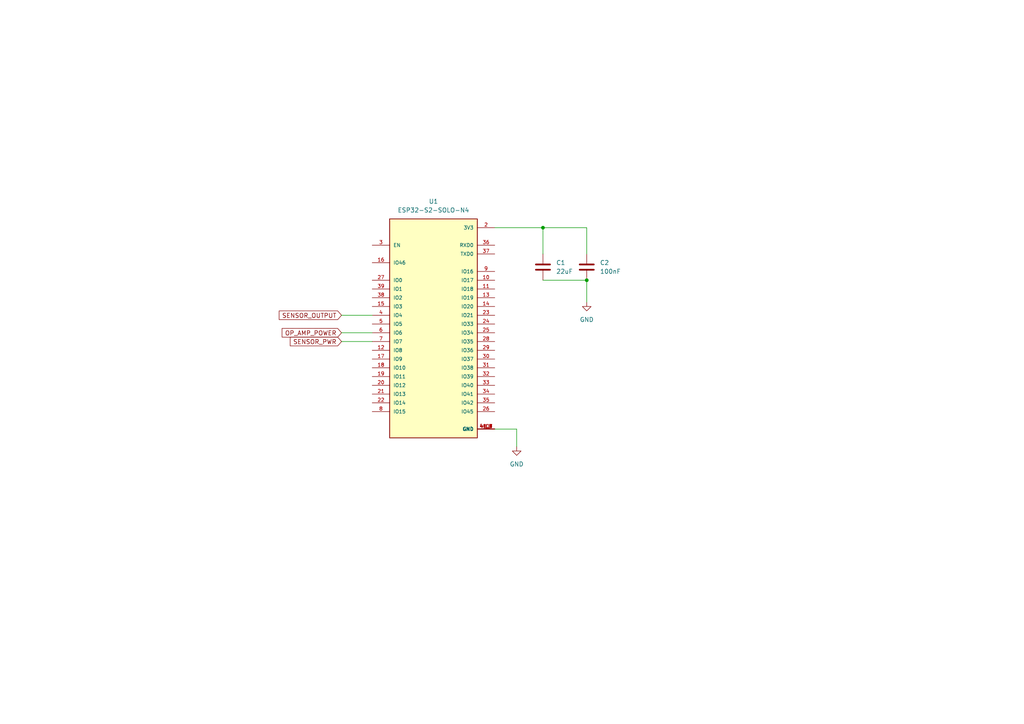
<source format=kicad_sch>
(kicad_sch (version 20250114) (generator "eeschema") (generator_version "9.0")
  (paper "A4")
  (lib_symbols
    (symbol "Device:C" (pin_numbers (hide yes)) (pin_names (offset 0.254))
      (property "Reference" "C" (at 0.635 2.54 0))
      (property "Value" "C" (at 0.635 -2.54 0))
      (symbol "C_0_1"
        (polyline (pts (xy -2.032 0.762) (xy 2.032 0.762)) (stroke (width 0.508)))
        (polyline (pts (xy -2.032 -0.762) (xy 2.032 -0.762)) (stroke (width 0.508)))
      )
      (symbol "C_1_1"
        (pin passive line (at 0 3.81 270) (length 2.794) (name "~") (number "1"))
        (pin passive line (at 0 -3.81 90) (length 2.794) (name "~") (number "2"))
      )
    )
    (symbol "Hydro_symbols:ESP32-S2-SOLO-N4" (pin_names (offset 1.016))
      (property "Reference" "U" (at -12.7 33.782 0))
      (property "Value" "ESP32-S2-SOLO-N4" (at -12.7 -33.02 0))
      (symbol "ESP32-S2-SOLO-N4_0_0"
        (rectangle (start -12.7 -30.48) (end 12.7 33.02) (stroke (width 0.254)) (fill (type background)))
        (pin input line (at -17.78 25.4 0) (length 5.08) (name "EN") (number "3"))
        (pin input line (at -17.78 20.32 0) (length 5.08) (name "IO46") (number "16"))
        (pin bidirectional line (at -17.78 15.24 0) (length 5.08) (name "IO0") (number "27"))
        (pin bidirectional line (at -17.78 12.7 0) (length 5.08) (name "IO1") (number "39"))
        (pin bidirectional line (at -17.78 10.16 0) (length 5.08) (name "IO2") (number "38"))
        (pin bidirectional line (at -17.78 7.62 0) (length 5.08) (name "IO3") (number "15"))
        (pin bidirectional line (at -17.78 5.08 0) (length 5.08) (name "IO4") (number "4"))
        (pin bidirectional line (at -17.78 2.54 0) (length 5.08) (name "IO5") (number "5"))
        (pin bidirectional line (at -17.78 0 0) (length 5.08) (name "IO6") (number "6"))
        (pin bidirectional line (at -17.78 -2.54 0) (length 5.08) (name "IO7") (number "7"))
        (pin bidirectional line (at -17.78 -5.08 0) (length 5.08) (name "IO8") (number "12"))
        (pin bidirectional line (at -17.78 -7.62 0) (length 5.08) (name "IO9") (number "17"))
        (pin bidirectional line (at -17.78 -10.16 0) (length 5.08) (name "IO10") (number "18"))
        (pin bidirectional line (at -17.78 -12.7 0) (length 5.08) (name "IO11") (number "19"))
        (pin bidirectional line (at -17.78 -15.24 0) (length 5.08) (name "IO12") (number "20"))
        (pin bidirectional line (at -17.78 -17.78 0) (length 5.08) (name "IO13") (number "21"))
        (pin bidirectional line (at -17.78 -20.32 0) (length 5.08) (name "IO14") (number "22"))
        (pin bidirectional line (at -17.78 -22.86 0) (length 5.08) (name "IO15") (number "8"))
        (pin power_in line (at 17.78 30.48 180) (length 5.08) (name "3V3") (number "2"))
        (pin bidirectional line (at 17.78 25.4 180) (length 5.08) (name "RXD0") (number "36"))
        (pin bidirectional line (at 17.78 22.86 180) (length 5.08) (name "TXD0") (number "37"))
        (pin bidirectional line (at 17.78 17.78 180) (length 5.08) (name "IO16") (number "9"))
        (pin bidirectional line (at 17.78 15.24 180) (length 5.08) (name "IO17") (number "10"))
        (pin bidirectional line (at 17.78 12.7 180) (length 5.08) (name "IO18") (number "11"))
        (pin bidirectional line (at 17.78 10.16 180) (length 5.08) (name "IO19") (number "13"))
        (pin bidirectional line (at 17.78 7.62 180) (length 5.08) (name "IO20") (number "14"))
        (pin bidirectional line (at 17.78 5.08 180) (length 5.08) (name "IO21") (number "23"))
        (pin bidirectional line (at 17.78 2.54 180) (length 5.08) (name "IO33") (number "24"))
        (pin bidirectional line (at 17.78 0 180) (length 5.08) (name "IO34") (number "25"))
        (pin bidirectional line (at 17.78 -2.54 180) (length 5.08) (name "IO35") (number "28"))
        (pin bidirectional line (at 17.78 -5.08 180) (length 5.08) (name "IO36") (number "29"))
        (pin bidirectional line (at 17.78 -7.62 180) (length 5.08) (name "IO37") (number "30"))
        (pin bidirectional line (at 17.78 -10.16 180) (length 5.08) (name "IO38") (number "31"))
        (pin bidirectional line (at 17.78 -12.7 180) (length 5.08) (name "IO39") (number "32"))
        (pin bidirectional line (at 17.78 -15.24 180) (length 5.08) (name "IO40") (number "33"))
        (pin bidirectional line (at 17.78 -17.78 180) (length 5.08) (name "IO41") (number "34"))
        (pin bidirectional line (at 17.78 -20.32 180) (length 5.08) (name "IO42") (number "35"))
        (pin bidirectional line (at 17.78 -22.86 180) (length 5.08) (name "IO45") (number "26"))
        (pin power_in line (at 17.78 -27.94 180) (length 5.08) (name "GND") (number "1"))
        (pin power_in line (at 17.78 -27.94 180) (length 5.08) (name "GND") (number "40"))
        (pin power_in line (at 17.78 -27.94 180) (length 5.08) (name "GND") (number "41_1"))
        (pin power_in line (at 17.78 -27.94 180) (length 5.08) (name "GND") (number "41_2"))
        (pin power_in line (at 17.78 -27.94 180) (length 5.08) (name "GND") (number "41_3"))
        (pin power_in line (at 17.78 -27.94 180) (length 5.08) (name "GND") (number "41_4"))
        (pin power_in line (at 17.78 -27.94 180) (length 5.08) (name "GND") (number "41_5"))
        (pin power_in line (at 17.78 -27.94 180) (length 5.08) (name "GND") (number "41_6"))
        (pin power_in line (at 17.78 -27.94 180) (length 5.08) (name "GND") (number "41_7"))
        (pin power_in line (at 17.78 -27.94 180) (length 5.08) (name "GND") (number "41_8"))
        (pin power_in line (at 17.78 -27.94 180) (length 5.08) (name "GND") (number "41_9"))
      )
    )
    (symbol "power:GND" (power) (pin_numbers (hide yes)) (pin_names (offset 0) (hide yes))
      (property "Value" "GND" (at 0 -3.81 0))
      (symbol "GND_0_1"
        (polyline (pts (xy 0 0) (xy 0 -1.27) (xy 1.27 -1.27) (xy 0 -2.54) (xy -1.27 -1.27) (xy 0 -1.27)))
      )
      (symbol "GND_1_1"
        (pin power_in line (at 0 0 270) (length 0) (name "~") (number "1"))
      )
    )
  )
  (junction (at 157.48 66.04))
  (junction (at 170.18 81.28))
  (wire (pts (xy 143.51 66.04) (xy 157.48 66.04)))
  (wire (pts (xy 143.51 124.46) (xy 149.86 124.46)))
  (wire (pts (xy 157.48 81.28) (xy 170.18 81.28)))
  (wire (pts (xy 149.86 124.46) (xy 149.86 129.54)))
  (wire (pts (xy 99.06 91.44) (xy 107.95 91.44)))
  (wire (pts (xy 170.18 81.28) (xy 170.18 87.63)))
  (wire (pts (xy 99.06 96.52) (xy 107.95 96.52)))
  (wire (pts (xy 170.18 73.66) (xy 170.18 66.04)))
  (wire (pts (xy 170.18 66.04) (xy 157.48 66.04)))
  (wire (pts (xy 99.06 99.06) (xy 107.95 99.06)))
  (wire (pts (xy 157.48 66.04) (xy 157.48 73.66)))
  (global_label "SENSOR_OUTPUT" (shape input) (at 99.06 91.44 180) (property "Intersheetrefs" "${INTERSHEET_REFS}" (effects (hide yes))))
  (global_label "OP_AMP_POWER" (shape input) (at 99.06 96.52 180) (property "Intersheetrefs" "${INTERSHEET_REFS}" (effects (hide yes))))
  (global_label "SENSOR_PWR" (shape input) (at 99.06 99.06 180) (property "Intersheetrefs" "${INTERSHEET_REFS}" (effects (hide yes))))
  (symbol (lib_id "Device:C") (at 157.48 77.47 0) (unit 1)
    (property "Reference" "C1" (at 161.29 76.1999 0) (effects (justify left)))
    (property "Value" "22uF" (at 161.29 78.7399 0) (effects (justify left)))
    (property "Description" "Unpolarized capacitor" (effects (hide yes)))
  )
  (symbol (lib_id "power:GND") (at 149.86 129.54 0) (unit 1)
    (property "Reference" "#PWR02" (effects (hide yes)))
    (property "Value" "GND" (at 149.86 134.62 0))
    (property "Description" "Power symbol creates a global label with name \"GND\" , ground" (effects (hide yes)))
  )
  (symbol (lib_id "Hydro_symbols:ESP32-S2-SOLO-N4") (at 125.73 96.52 0) (unit 1)
    (property "Reference" "U1" (at 125.73 58.42 0))
    (property "Value" "ESP32-S2-SOLO-N4" (at 125.73 60.96 0))
    (property "Footprint" "ESP32-S2-SOLO-N4:XCVR_ESP32-S2-SOLO-N4" (effects (hide yes)))
    (property "MF" "Espressif Systems" (effects (hide yes)))
    (property "MAXIMUM_PACKAGE_HEIGHT" "3.25 mm" (effects (hide yes)))
    (property "Package" "None" (effects (hide yes)))
    (property "Price" "None" (effects (hide yes)))
    (property "Check_prices" "https://www.snapeda.com/parts/ESP32-S2-SOLO-N4/Espressif+Systems/view-part/?ref=eda" (effects (hide yes)))
    (property "STANDARD" "Manufacturer Recommendations" (effects (hide yes)))
    (property "PARTREV" "1.6" (effects (hide yes)))
    (property "SnapEDA_Link" "https://www.snapeda.com/parts/ESP32-S2-SOLO-N4/Espressif+Systems/view-part/?ref=snap" (effects (hide yes)))
    (property "MP" "ESP32-S2-SOLO-N4" (effects (hide yes)))
    (property "Purchase-URL" "https://www.snapeda.com/api/url_track_click_mouser/?unipart_id=10779609&manufacturer=Espressif Systems&part_name=ESP32-S2-SOLO-N4&search_term=None" (effects (hide yes)))
    (property "Description_1" "WiFi 802.11b/g/n Transceiver Module 2.4GHz PCB Trace + IPEX Surface Mount" (effects (hide yes)))
    (property "Availability" "In Stock" (effects (hide yes)))
    (property "MANUFACTURER" "Espressif Systems" (effects (hide yes)))
  )
  (symbol (lib_id "Device:C") (at 170.18 77.47 0) (unit 1)
    (property "Reference" "C2" (at 173.99 76.1999 0) (effects (justify left)))
    (property "Value" "100nF" (at 173.99 78.7399 0) (effects (justify left)))
    (property "Description" "Unpolarized capacitor" (effects (hide yes)))
  )
  (symbol (lib_id "power:GND") (at 170.18 87.63 0) (unit 1)
    (property "Reference" "#PWR04" (effects (hide yes)))
    (property "Value" "GND" (at 170.18 92.71 0))
    (property "Description" "Power symbol creates a global label with name \"GND\" , ground" (effects (hide yes)))
  )
)
</source>
